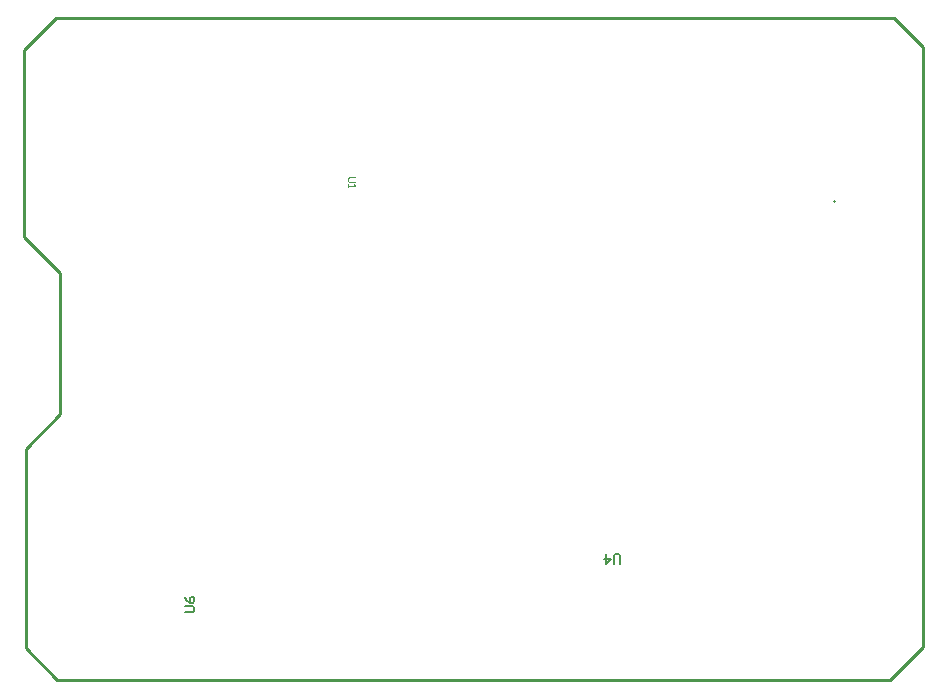
<source format=gm1>
G04*
G04 #@! TF.GenerationSoftware,Altium Limited,Altium Designer,23.2.1 (34)*
G04*
G04 Layer_Color=16711935*
%FSLAX44Y44*%
%MOMM*%
G71*
G04*
G04 #@! TF.SameCoordinates,68E4E8A6-7446-48DA-AA85-862DCAE7E0FD*
G04*
G04*
G04 #@! TF.FilePolarity,Positive*
G04*
G01*
G75*
%ADD88C,0.2540*%
%ADD96C,0.1500*%
%ADD97C,0.1000*%
D88*
X-1270Y374650D02*
Y533400D01*
X20320Y554990D02*
X25400Y560070D01*
X681990D01*
X718820Y0D02*
X731520D01*
X734060Y2540D01*
X26670Y0D02*
X718820D01*
X735330Y560070D02*
X759460Y535940D01*
Y153670D02*
Y535940D01*
X681990Y560070D02*
X735330D01*
X759460Y27940D02*
Y153670D01*
X732519Y999D02*
X759460Y27940D01*
X684530Y405130D02*
X684530Y405130D01*
X-1270Y374650D02*
X29210Y344170D01*
Y224790D02*
Y344170D01*
X0Y195580D02*
X29210Y224790D01*
X0Y26670D02*
Y195580D01*
Y26670D02*
X26670Y0D01*
X-1270Y533400D02*
X20955Y555625D01*
D96*
X134893Y57080D02*
X141557D01*
X142890Y58413D01*
Y61079D01*
X141557Y62412D01*
X134893D01*
Y70409D02*
X136226Y67743D01*
X138891Y65077D01*
X141557D01*
X142890Y66410D01*
Y69076D01*
X141557Y70409D01*
X140224D01*
X138891Y69076D01*
Y65077D01*
X503430Y98373D02*
Y105037D01*
X502097Y106370D01*
X499431D01*
X498098Y105037D01*
Y98373D01*
X491434Y106370D02*
Y98373D01*
X495433Y102371D01*
X490101D01*
D97*
X279048Y425450D02*
X274050D01*
X273050Y424450D01*
Y422451D01*
X274050Y421451D01*
X279048D01*
X273050Y419452D02*
Y417453D01*
Y418452D01*
X279048D01*
X278048Y419452D01*
M02*

</source>
